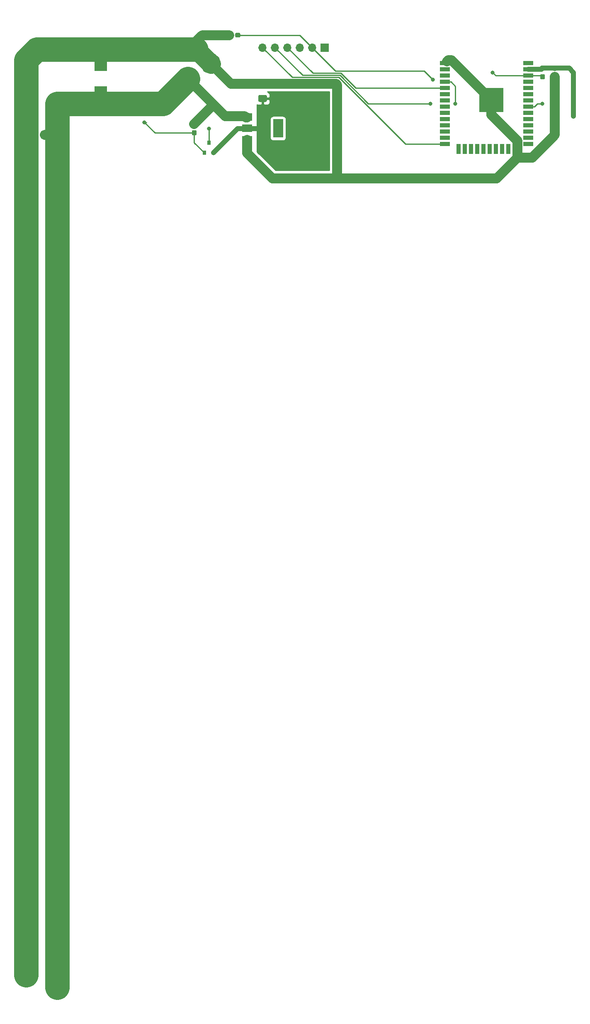
<source format=gbr>
G04 #@! TF.GenerationSoftware,KiCad,Pcbnew,5.1.8-1*
G04 #@! TF.CreationDate,2021-01-07T21:22:04+01:00*
G04 #@! TF.ProjectId,pentasquare,70656e74-6173-4717-9561-72652e6b6963,rev?*
G04 #@! TF.SameCoordinates,Original*
G04 #@! TF.FileFunction,Copper,L2,Bot*
G04 #@! TF.FilePolarity,Positive*
%FSLAX46Y46*%
G04 Gerber Fmt 4.6, Leading zero omitted, Abs format (unit mm)*
G04 Created by KiCad (PCBNEW 5.1.8-1) date 2021-01-07 21:22:04*
%MOMM*%
%LPD*%
G01*
G04 APERTURE LIST*
G04 #@! TA.AperFunction,SMDPad,CuDef*
%ADD10R,0.800000X0.900000*%
G04 #@! TD*
G04 #@! TA.AperFunction,SMDPad,CuDef*
%ADD11R,2.000000X1.500000*%
G04 #@! TD*
G04 #@! TA.AperFunction,SMDPad,CuDef*
%ADD12R,2.000000X3.800000*%
G04 #@! TD*
G04 #@! TA.AperFunction,ComponentPad*
%ADD13R,3.500000X3.500000*%
G04 #@! TD*
G04 #@! TA.AperFunction,SMDPad,CuDef*
%ADD14R,2.500000X3.500000*%
G04 #@! TD*
G04 #@! TA.AperFunction,ComponentPad*
%ADD15R,1.600000X1.600000*%
G04 #@! TD*
G04 #@! TA.AperFunction,ComponentPad*
%ADD16C,1.600000*%
G04 #@! TD*
G04 #@! TA.AperFunction,ComponentPad*
%ADD17R,1.700000X1.700000*%
G04 #@! TD*
G04 #@! TA.AperFunction,ComponentPad*
%ADD18O,1.700000X1.700000*%
G04 #@! TD*
G04 #@! TA.AperFunction,SMDPad,CuDef*
%ADD19R,5.000000X5.000000*%
G04 #@! TD*
G04 #@! TA.AperFunction,SMDPad,CuDef*
%ADD20R,2.000000X0.900000*%
G04 #@! TD*
G04 #@! TA.AperFunction,SMDPad,CuDef*
%ADD21R,0.900000X2.000000*%
G04 #@! TD*
G04 #@! TA.AperFunction,ViaPad*
%ADD22C,2.000000*%
G04 #@! TD*
G04 #@! TA.AperFunction,ViaPad*
%ADD23C,1.000000*%
G04 #@! TD*
G04 #@! TA.AperFunction,ViaPad*
%ADD24C,0.800000*%
G04 #@! TD*
G04 #@! TA.AperFunction,Conductor*
%ADD25C,5.000000*%
G04 #@! TD*
G04 #@! TA.AperFunction,Conductor*
%ADD26C,4.000000*%
G04 #@! TD*
G04 #@! TA.AperFunction,Conductor*
%ADD27C,2.000000*%
G04 #@! TD*
G04 #@! TA.AperFunction,Conductor*
%ADD28C,0.250000*%
G04 #@! TD*
G04 #@! TA.AperFunction,Conductor*
%ADD29C,1.000000*%
G04 #@! TD*
G04 #@! TA.AperFunction,Conductor*
%ADD30C,0.254000*%
G04 #@! TD*
G04 #@! TA.AperFunction,Conductor*
%ADD31C,0.100000*%
G04 #@! TD*
G04 APERTURE END LIST*
D10*
X57600000Y-38500000D03*
X56650000Y-40500000D03*
X58550000Y-40500000D03*
D11*
X65430000Y-37830000D03*
X65430000Y-33230000D03*
X65430000Y-35530000D03*
D12*
X71730000Y-35530000D03*
G04 #@! TA.AperFunction,SMDPad,CuDef*
G36*
G01*
X54372500Y-34160000D02*
X54847500Y-34160000D01*
G75*
G02*
X55085000Y-34397500I0J-237500D01*
G01*
X55085000Y-34972500D01*
G75*
G02*
X54847500Y-35210000I-237500J0D01*
G01*
X54372500Y-35210000D01*
G75*
G02*
X54135000Y-34972500I0J237500D01*
G01*
X54135000Y-34397500D01*
G75*
G02*
X54372500Y-34160000I237500J0D01*
G01*
G37*
G04 #@! TD.AperFunction*
G04 #@! TA.AperFunction,SMDPad,CuDef*
G36*
G01*
X54372500Y-35910000D02*
X54847500Y-35910000D01*
G75*
G02*
X55085000Y-36147500I0J-237500D01*
G01*
X55085000Y-36722500D01*
G75*
G02*
X54847500Y-36960000I-237500J0D01*
G01*
X54372500Y-36960000D01*
G75*
G02*
X54135000Y-36722500I0J237500D01*
G01*
X54135000Y-36147500D01*
G75*
G02*
X54372500Y-35910000I237500J0D01*
G01*
G37*
G04 #@! TD.AperFunction*
D13*
X53340000Y-25400000D03*
G04 #@! TA.AperFunction,ComponentPad*
G36*
G01*
X52340000Y-17900000D02*
X54340000Y-17900000D01*
G75*
G02*
X55090000Y-18650000I0J-750000D01*
G01*
X55090000Y-20150000D01*
G75*
G02*
X54340000Y-20900000I-750000J0D01*
G01*
X52340000Y-20900000D01*
G75*
G02*
X51590000Y-20150000I0J750000D01*
G01*
X51590000Y-18650000D01*
G75*
G02*
X52340000Y-17900000I750000J0D01*
G01*
G37*
G04 #@! TD.AperFunction*
G04 #@! TA.AperFunction,ComponentPad*
G36*
G01*
X57165000Y-20650000D02*
X58915000Y-20650000D01*
G75*
G02*
X59790000Y-21525000I0J-875000D01*
G01*
X59790000Y-23275000D01*
G75*
G02*
X58915000Y-24150000I-875000J0D01*
G01*
X57165000Y-24150000D01*
G75*
G02*
X56290000Y-23275000I0J875000D01*
G01*
X56290000Y-21525000D01*
G75*
G02*
X57165000Y-20650000I875000J0D01*
G01*
G37*
G04 #@! TD.AperFunction*
D14*
X35560000Y-28650000D03*
X35560000Y-22150000D03*
G04 #@! TA.AperFunction,SMDPad,CuDef*
G36*
G01*
X128507500Y-23780000D02*
X128032500Y-23780000D01*
G75*
G02*
X127795000Y-23542500I0J237500D01*
G01*
X127795000Y-22967500D01*
G75*
G02*
X128032500Y-22730000I237500J0D01*
G01*
X128507500Y-22730000D01*
G75*
G02*
X128745000Y-22967500I0J-237500D01*
G01*
X128745000Y-23542500D01*
G75*
G02*
X128507500Y-23780000I-237500J0D01*
G01*
G37*
G04 #@! TD.AperFunction*
G04 #@! TA.AperFunction,SMDPad,CuDef*
G36*
G01*
X128507500Y-25530000D02*
X128032500Y-25530000D01*
G75*
G02*
X127795000Y-25292500I0J237500D01*
G01*
X127795000Y-24717500D01*
G75*
G02*
X128032500Y-24480000I237500J0D01*
G01*
X128507500Y-24480000D01*
G75*
G02*
X128745000Y-24717500I0J-237500D01*
G01*
X128745000Y-25292500D01*
G75*
G02*
X128507500Y-25530000I-237500J0D01*
G01*
G37*
G04 #@! TD.AperFunction*
G04 #@! TA.AperFunction,SMDPad,CuDef*
G36*
G01*
X64025000Y-16272500D02*
X64025000Y-16747500D01*
G75*
G02*
X63787500Y-16985000I-237500J0D01*
G01*
X63212500Y-16985000D01*
G75*
G02*
X62975000Y-16747500I0J237500D01*
G01*
X62975000Y-16272500D01*
G75*
G02*
X63212500Y-16035000I237500J0D01*
G01*
X63787500Y-16035000D01*
G75*
G02*
X64025000Y-16272500I0J-237500D01*
G01*
G37*
G04 #@! TD.AperFunction*
G04 #@! TA.AperFunction,SMDPad,CuDef*
G36*
G01*
X62275000Y-16272500D02*
X62275000Y-16747500D01*
G75*
G02*
X62037500Y-16985000I-237500J0D01*
G01*
X61462500Y-16985000D01*
G75*
G02*
X61225000Y-16747500I0J237500D01*
G01*
X61225000Y-16272500D01*
G75*
G02*
X61462500Y-16035000I237500J0D01*
G01*
X62037500Y-16035000D01*
G75*
G02*
X62275000Y-16272500I0J-237500D01*
G01*
G37*
G04 #@! TD.AperFunction*
G04 #@! TA.AperFunction,SMDPad,CuDef*
G36*
G01*
X67955000Y-25740000D02*
X69205000Y-25740000D01*
G75*
G02*
X69455000Y-25990000I0J-250000D01*
G01*
X69455000Y-26915000D01*
G75*
G02*
X69205000Y-27165000I-250000J0D01*
G01*
X67955000Y-27165000D01*
G75*
G02*
X67705000Y-26915000I0J250000D01*
G01*
X67705000Y-25990000D01*
G75*
G02*
X67955000Y-25740000I250000J0D01*
G01*
G37*
G04 #@! TD.AperFunction*
G04 #@! TA.AperFunction,SMDPad,CuDef*
G36*
G01*
X67955000Y-28715000D02*
X69205000Y-28715000D01*
G75*
G02*
X69455000Y-28965000I0J-250000D01*
G01*
X69455000Y-29890000D01*
G75*
G02*
X69205000Y-30140000I-250000J0D01*
G01*
X67955000Y-30140000D01*
G75*
G02*
X67705000Y-29890000I0J250000D01*
G01*
X67705000Y-28965000D01*
G75*
G02*
X67955000Y-28715000I250000J0D01*
G01*
G37*
G04 #@! TD.AperFunction*
D15*
X24130000Y-36830000D03*
D16*
X21630000Y-36830000D03*
D17*
X81280000Y-19050000D03*
D18*
X78740000Y-19050000D03*
X76200000Y-19050000D03*
X73660000Y-19050000D03*
X71120000Y-19050000D03*
X68580000Y-19050000D03*
D19*
X115300000Y-29725000D03*
D20*
X122800000Y-22225000D03*
X122800000Y-23495000D03*
X122800000Y-24765000D03*
X122800000Y-26035000D03*
X122800000Y-27305000D03*
X122800000Y-28575000D03*
X122800000Y-29845000D03*
X122800000Y-31115000D03*
X122800000Y-32385000D03*
X122800000Y-33655000D03*
X122800000Y-34925000D03*
X122800000Y-36195000D03*
X122800000Y-37465000D03*
X122800000Y-38735000D03*
D21*
X120015000Y-39735000D03*
X118745000Y-39735000D03*
X117475000Y-39735000D03*
X116205000Y-39735000D03*
X114935000Y-39735000D03*
X113665000Y-39735000D03*
X112395000Y-39735000D03*
X111125000Y-39735000D03*
X109855000Y-39735000D03*
X108585000Y-39735000D03*
D20*
X105800000Y-38735000D03*
X105800000Y-37465000D03*
X105800000Y-36195000D03*
X105800000Y-34925000D03*
X105800000Y-33655000D03*
X105800000Y-32385000D03*
X105800000Y-31115000D03*
X105800000Y-29845000D03*
X105800000Y-28575000D03*
X105800000Y-27305000D03*
X105800000Y-26035000D03*
X105800000Y-24765000D03*
X105800000Y-23495000D03*
X105800000Y-22225000D03*
G04 #@! TA.AperFunction,SMDPad,CuDef*
G36*
G01*
X125492500Y-22730000D02*
X125967500Y-22730000D01*
G75*
G02*
X126205000Y-22967500I0J-237500D01*
G01*
X126205000Y-23542500D01*
G75*
G02*
X125967500Y-23780000I-237500J0D01*
G01*
X125492500Y-23780000D01*
G75*
G02*
X125255000Y-23542500I0J237500D01*
G01*
X125255000Y-22967500D01*
G75*
G02*
X125492500Y-22730000I237500J0D01*
G01*
G37*
G04 #@! TD.AperFunction*
G04 #@! TA.AperFunction,SMDPad,CuDef*
G36*
G01*
X125492500Y-24480000D02*
X125967500Y-24480000D01*
G75*
G02*
X126205000Y-24717500I0J-237500D01*
G01*
X126205000Y-25292500D01*
G75*
G02*
X125967500Y-25530000I-237500J0D01*
G01*
X125492500Y-25530000D01*
G75*
G02*
X125255000Y-25292500I0J237500D01*
G01*
X125255000Y-24717500D01*
G75*
G02*
X125492500Y-24480000I237500J0D01*
G01*
G37*
G04 #@! TD.AperFunction*
D22*
X20320000Y-21590000D03*
X20320000Y-49530000D03*
X20320000Y-69850000D03*
X20320000Y-88900000D03*
X20320000Y-109220000D03*
X20320000Y-129540000D03*
X20320000Y-148590000D03*
X20320000Y-189230000D03*
X20320000Y-208280000D03*
X20320000Y-168910000D03*
X26670000Y-30480000D03*
X26670000Y-210820000D03*
X26670000Y-50800000D03*
X26670000Y-71120000D03*
X26670000Y-91440000D03*
X26670000Y-110490000D03*
X26670000Y-130810000D03*
X26670000Y-151130000D03*
X26670000Y-171450000D03*
X26670000Y-190500000D03*
D23*
X60960000Y-38100000D03*
X132080000Y-33020000D03*
D24*
X103344012Y-25588980D03*
X115570000Y-24130000D03*
X102870000Y-30480000D03*
X107950000Y-30480000D03*
X44450000Y-34290000D03*
X125730000Y-30480000D03*
X57659992Y-35560000D03*
D25*
X20320000Y-21590000D02*
X20320000Y-49530000D01*
X20320000Y-49530000D02*
X20320000Y-69850000D01*
X20320000Y-69850000D02*
X20320000Y-88900000D01*
X20320000Y-88900000D02*
X20320000Y-109220000D01*
X20320000Y-109220000D02*
X20320000Y-129540000D01*
X20320000Y-129540000D02*
X20320000Y-148590000D01*
X20320000Y-148590000D02*
X20320000Y-168910000D01*
X20320000Y-168910000D02*
X20320000Y-189230000D01*
X20320000Y-189230000D02*
X20320000Y-208280000D01*
X20320000Y-21590000D02*
X22510000Y-19400000D01*
D26*
X55040000Y-19400000D02*
X58040000Y-22400000D01*
D25*
X53340000Y-19400000D02*
X55040000Y-19400000D01*
D27*
X62092500Y-26452500D02*
X58040000Y-22400000D01*
X68580000Y-26452500D02*
X62092500Y-26452500D01*
X65430000Y-40610000D02*
X65460000Y-40640000D01*
X65430000Y-37860000D02*
X65430000Y-40610000D01*
X83602500Y-26452500D02*
X68580000Y-26452500D01*
X83820000Y-26670000D02*
X83602500Y-26452500D01*
X83820000Y-45720000D02*
X83820000Y-26670000D01*
X65430000Y-40610000D02*
X70540000Y-45720000D01*
X70540000Y-45720000D02*
X83820000Y-45720000D01*
X116370002Y-45720000D02*
X83820000Y-45720000D01*
X120599999Y-41490003D02*
X116370002Y-45720000D01*
X115300000Y-29725000D02*
X107165000Y-21590000D01*
X106435000Y-21590000D02*
X106180001Y-21844999D01*
X107165000Y-21590000D02*
X106435000Y-21590000D01*
X56230000Y-16510000D02*
X53340000Y-19400000D01*
X61750000Y-16510000D02*
X56230000Y-16510000D01*
X120599999Y-38049999D02*
X120599999Y-41490003D01*
X115300000Y-29725000D02*
X115300000Y-32750000D01*
X115300000Y-32750000D02*
X120599999Y-38049999D01*
X35560000Y-22150000D02*
X35560000Y-19400000D01*
D25*
X22510000Y-19400000D02*
X35560000Y-19400000D01*
X35560000Y-19400000D02*
X53340000Y-19400000D01*
D27*
X123654999Y-41490003D02*
X120599999Y-41490003D01*
X123654999Y-41490003D02*
X128270000Y-36875002D01*
X128270000Y-36875002D02*
X128270000Y-25005000D01*
D25*
X26670000Y-71120000D02*
X26670000Y-50800000D01*
X26670000Y-91440000D02*
X26670000Y-71120000D01*
X26670000Y-110490000D02*
X26670000Y-91440000D01*
X26670000Y-130810000D02*
X26670000Y-110490000D01*
X26670000Y-151130000D02*
X26670000Y-130810000D01*
X26670000Y-171450000D02*
X26670000Y-151130000D01*
X26670000Y-210820000D02*
X26670000Y-190500000D01*
X26670000Y-190500000D02*
X26670000Y-171450000D01*
X48260000Y-30480000D02*
X53340000Y-25400000D01*
X26670000Y-30480000D02*
X48260000Y-30480000D01*
D27*
X24130000Y-36830000D02*
X26670000Y-36830000D01*
D25*
X26670000Y-50800000D02*
X26670000Y-36830000D01*
X26670000Y-36830000D02*
X26670000Y-30480000D01*
D27*
X60960000Y-33020000D02*
X58420000Y-30480000D01*
X58420000Y-30480000D02*
X53340000Y-25400000D01*
X64940000Y-33020000D02*
X60960000Y-33020000D01*
X65430000Y-33260000D02*
X65180000Y-33260000D01*
X65180000Y-33260000D02*
X64940000Y-33020000D01*
X58420000Y-30875000D02*
X54610000Y-34685000D01*
X58420000Y-30480000D02*
X58420000Y-30875000D01*
D28*
X65680000Y-35560000D02*
X65430000Y-35560000D01*
X65430000Y-35560000D02*
X65180000Y-35560000D01*
D29*
X128270000Y-23255000D02*
X125730000Y-23255000D01*
X125490000Y-23495000D02*
X122800000Y-23495000D01*
X125730000Y-23255000D02*
X125490000Y-23495000D01*
X65430000Y-35560000D02*
X68580000Y-35560000D01*
X65430000Y-35560000D02*
X63500000Y-35560000D01*
X63500000Y-35560000D02*
X60960000Y-38100000D01*
X131205000Y-23255000D02*
X128845000Y-23255000D01*
X132080000Y-24130000D02*
X131205000Y-23255000D01*
X128845000Y-23255000D02*
X128270000Y-23255000D01*
X132080000Y-33020000D02*
X132080000Y-24130000D01*
X60950000Y-38100000D02*
X58550000Y-40500000D01*
X60960000Y-38100000D02*
X60950000Y-38100000D01*
D28*
X116205000Y-24765000D02*
X122800000Y-24765000D01*
X115570000Y-24130000D02*
X116205000Y-24765000D01*
X78740000Y-19050000D02*
X83467456Y-23777456D01*
X83467456Y-23777456D02*
X101532488Y-23777456D01*
X102944013Y-25188981D02*
X103344012Y-25588980D01*
X101532488Y-23777456D02*
X102944013Y-25188981D01*
X76200000Y-16510000D02*
X78740000Y-19050000D01*
X63500000Y-16510000D02*
X76200000Y-16510000D01*
X125490000Y-24765000D02*
X125730000Y-25005000D01*
X122800000Y-24765000D02*
X125490000Y-24765000D01*
X104550000Y-38735000D02*
X105800000Y-38735000D01*
X84151337Y-25127489D02*
X97758848Y-38735000D01*
X74657489Y-25127489D02*
X84151337Y-25127489D01*
X97758848Y-38735000D02*
X104550000Y-38735000D01*
X68580000Y-19050000D02*
X74657489Y-25127489D01*
X73660000Y-19050000D02*
X78837467Y-24227467D01*
X78837467Y-24227467D02*
X84524137Y-24227467D01*
X84524137Y-24227467D02*
X87601670Y-27305000D01*
X104550000Y-27305000D02*
X105800000Y-27305000D01*
X87601670Y-27305000D02*
X104550000Y-27305000D01*
X107950000Y-26935000D02*
X107050000Y-26035000D01*
X107050000Y-26035000D02*
X105800000Y-26035000D01*
X107950000Y-30480000D02*
X107950000Y-26935000D01*
X84337737Y-24677478D02*
X90140259Y-30480000D01*
X102304315Y-30480000D02*
X102870000Y-30480000D01*
X71120000Y-19050000D02*
X76747478Y-24677478D01*
X90140259Y-30480000D02*
X102304315Y-30480000D01*
X76747478Y-24677478D02*
X84337737Y-24677478D01*
X44845000Y-34290000D02*
X44450000Y-34290000D01*
X46595000Y-36435000D02*
X54610000Y-36435000D01*
X44450000Y-34290000D02*
X46595000Y-36435000D01*
X54610000Y-38460000D02*
X56650000Y-40500000D01*
X54610000Y-36435000D02*
X54610000Y-38460000D01*
X122800000Y-31115000D02*
X123825000Y-31115000D01*
X124050000Y-31115000D02*
X124685000Y-30480000D01*
X122800000Y-31115000D02*
X124050000Y-31115000D01*
X124685000Y-30480000D02*
X125730000Y-30480000D01*
X57600000Y-38500000D02*
X57600000Y-35619992D01*
X57600000Y-35619992D02*
X57659992Y-35560000D01*
D30*
X82185000Y-44085000D02*
X71217239Y-44085000D01*
X67437000Y-40304762D01*
X67437000Y-33630000D01*
X70091928Y-33630000D01*
X70091928Y-37430000D01*
X70104188Y-37554482D01*
X70140498Y-37674180D01*
X70199463Y-37784494D01*
X70278815Y-37881185D01*
X70375506Y-37960537D01*
X70485820Y-38019502D01*
X70605518Y-38055812D01*
X70730000Y-38068072D01*
X72730000Y-38068072D01*
X72854482Y-38055812D01*
X72974180Y-38019502D01*
X73084494Y-37960537D01*
X73181185Y-37881185D01*
X73260537Y-37784494D01*
X73319502Y-37674180D01*
X73355812Y-37554482D01*
X73368072Y-37430000D01*
X73368072Y-33630000D01*
X73355812Y-33505518D01*
X73319502Y-33385820D01*
X73260537Y-33275506D01*
X73181185Y-33178815D01*
X73084494Y-33099463D01*
X72974180Y-33040498D01*
X72854482Y-33004188D01*
X72730000Y-32991928D01*
X70730000Y-32991928D01*
X70605518Y-33004188D01*
X70485820Y-33040498D01*
X70375506Y-33099463D01*
X70278815Y-33178815D01*
X70199463Y-33275506D01*
X70140498Y-33385820D01*
X70104188Y-33505518D01*
X70091928Y-33630000D01*
X67437000Y-33630000D01*
X67437000Y-30716770D01*
X67460820Y-30729502D01*
X67580518Y-30765812D01*
X67705000Y-30778072D01*
X68294250Y-30775000D01*
X68453000Y-30616250D01*
X68453000Y-29554500D01*
X68707000Y-29554500D01*
X68707000Y-30616250D01*
X68865750Y-30775000D01*
X69455000Y-30778072D01*
X69579482Y-30765812D01*
X69699180Y-30729502D01*
X69809494Y-30670537D01*
X69906185Y-30591185D01*
X69985537Y-30494494D01*
X70044502Y-30384180D01*
X70080812Y-30264482D01*
X70093072Y-30140000D01*
X70090000Y-29713250D01*
X69931250Y-29554500D01*
X68707000Y-29554500D01*
X68453000Y-29554500D01*
X68433000Y-29554500D01*
X68433000Y-29300500D01*
X68453000Y-29300500D01*
X68453000Y-29280500D01*
X68707000Y-29280500D01*
X68707000Y-29300500D01*
X69931250Y-29300500D01*
X70090000Y-29141750D01*
X70093072Y-28715000D01*
X70080812Y-28590518D01*
X70044502Y-28470820D01*
X69985537Y-28360506D01*
X69906185Y-28263815D01*
X69809494Y-28184463D01*
X69699180Y-28125498D01*
X69579482Y-28089188D01*
X69562343Y-28087500D01*
X82185001Y-28087500D01*
X82185000Y-44085000D01*
G04 #@! TA.AperFunction,Conductor*
D31*
G36*
X82185000Y-44085000D02*
G01*
X71217239Y-44085000D01*
X67437000Y-40304762D01*
X67437000Y-33630000D01*
X70091928Y-33630000D01*
X70091928Y-37430000D01*
X70104188Y-37554482D01*
X70140498Y-37674180D01*
X70199463Y-37784494D01*
X70278815Y-37881185D01*
X70375506Y-37960537D01*
X70485820Y-38019502D01*
X70605518Y-38055812D01*
X70730000Y-38068072D01*
X72730000Y-38068072D01*
X72854482Y-38055812D01*
X72974180Y-38019502D01*
X73084494Y-37960537D01*
X73181185Y-37881185D01*
X73260537Y-37784494D01*
X73319502Y-37674180D01*
X73355812Y-37554482D01*
X73368072Y-37430000D01*
X73368072Y-33630000D01*
X73355812Y-33505518D01*
X73319502Y-33385820D01*
X73260537Y-33275506D01*
X73181185Y-33178815D01*
X73084494Y-33099463D01*
X72974180Y-33040498D01*
X72854482Y-33004188D01*
X72730000Y-32991928D01*
X70730000Y-32991928D01*
X70605518Y-33004188D01*
X70485820Y-33040498D01*
X70375506Y-33099463D01*
X70278815Y-33178815D01*
X70199463Y-33275506D01*
X70140498Y-33385820D01*
X70104188Y-33505518D01*
X70091928Y-33630000D01*
X67437000Y-33630000D01*
X67437000Y-30716770D01*
X67460820Y-30729502D01*
X67580518Y-30765812D01*
X67705000Y-30778072D01*
X68294250Y-30775000D01*
X68453000Y-30616250D01*
X68453000Y-29554500D01*
X68707000Y-29554500D01*
X68707000Y-30616250D01*
X68865750Y-30775000D01*
X69455000Y-30778072D01*
X69579482Y-30765812D01*
X69699180Y-30729502D01*
X69809494Y-30670537D01*
X69906185Y-30591185D01*
X69985537Y-30494494D01*
X70044502Y-30384180D01*
X70080812Y-30264482D01*
X70093072Y-30140000D01*
X70090000Y-29713250D01*
X69931250Y-29554500D01*
X68707000Y-29554500D01*
X68453000Y-29554500D01*
X68433000Y-29554500D01*
X68433000Y-29300500D01*
X68453000Y-29300500D01*
X68453000Y-29280500D01*
X68707000Y-29280500D01*
X68707000Y-29300500D01*
X69931250Y-29300500D01*
X70090000Y-29141750D01*
X70093072Y-28715000D01*
X70080812Y-28590518D01*
X70044502Y-28470820D01*
X69985537Y-28360506D01*
X69906185Y-28263815D01*
X69809494Y-28184463D01*
X69699180Y-28125498D01*
X69579482Y-28089188D01*
X69562343Y-28087500D01*
X82185001Y-28087500D01*
X82185000Y-44085000D01*
G37*
G04 #@! TD.AperFunction*
M02*

</source>
